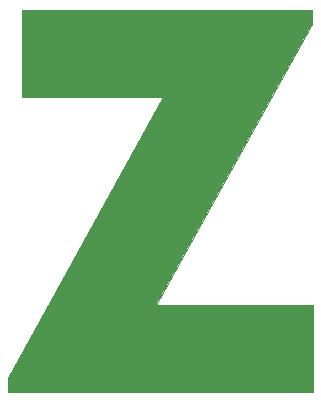
<source format=gbo>
G04 #@! TF.FileFunction,Legend,Bot*
%FSLAX46Y46*%
G04 Gerber Fmt 4.6, Leading zero omitted, Abs format (unit mm)*
G04 Created by KiCad (PCBNEW 4.0.0-rc2-stable) date 3/3/2016 3:49:37 PM*
%MOMM*%
G01*
G04 APERTURE LIST*
%ADD10C,0.150000*%
%ADD11C,0.025400*%
G04 APERTURE END LIST*
D10*
D11*
G36*
X77079135Y-19971471D02*
X63923024Y-43734656D01*
X63921506Y-43739463D01*
X63921978Y-43744482D01*
X63924366Y-43748922D01*
X63928293Y-43752084D01*
X63934133Y-43753507D01*
X77217190Y-43755202D01*
X77217190Y-51140860D01*
X51346630Y-51140860D01*
X51346630Y-49906934D01*
X64456005Y-26142639D01*
X64457516Y-26137830D01*
X64457036Y-26132811D01*
X64454642Y-26128375D01*
X64450710Y-26125220D01*
X64444887Y-26123805D01*
X52552320Y-26122106D01*
X52552320Y-18737554D01*
X77079135Y-18737554D01*
X77079135Y-19971471D01*
X77079135Y-19971471D01*
G37*
X77079135Y-19971471D02*
X63923024Y-43734656D01*
X63921506Y-43739463D01*
X63921978Y-43744482D01*
X63924366Y-43748922D01*
X63928293Y-43752084D01*
X63934133Y-43753507D01*
X77217190Y-43755202D01*
X77217190Y-51140860D01*
X51346630Y-51140860D01*
X51346630Y-49906934D01*
X64456005Y-26142639D01*
X64457516Y-26137830D01*
X64457036Y-26132811D01*
X64454642Y-26128375D01*
X64450710Y-26125220D01*
X64444887Y-26123805D01*
X52552320Y-26122106D01*
X52552320Y-18737554D01*
X77079135Y-18737554D01*
X77079135Y-19971471D01*
M02*

</source>
